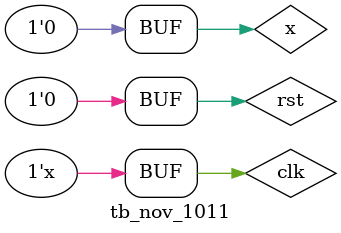
<source format=v>
`timescale 1ns/100ps
module tb_nov_1011;
  reg clk,rst,x;
  wire z;
  
  mealy_nov_1011 uut(clk,rst,x,z);
  
  always #5 clk=~clk;
  initial begin 
    clk=1; rst=1; #10;
    rst=0;

    //0101101101010110
    x=0;#10;
    x=1;#10;
    x=0;#10;
    x=1;#10;
    x=1;#10;
    x=0;#10;
    x=1;#10;
    x=1;#10;
    x=0;#10;
    x=1;#10;
    x=0;#10;
    x=1;#10;
    x=0;#10;
    x=1;#10;
    x=1;#10;
    x=0;#10;
    
  end
endmodule
    
    
  

</source>
